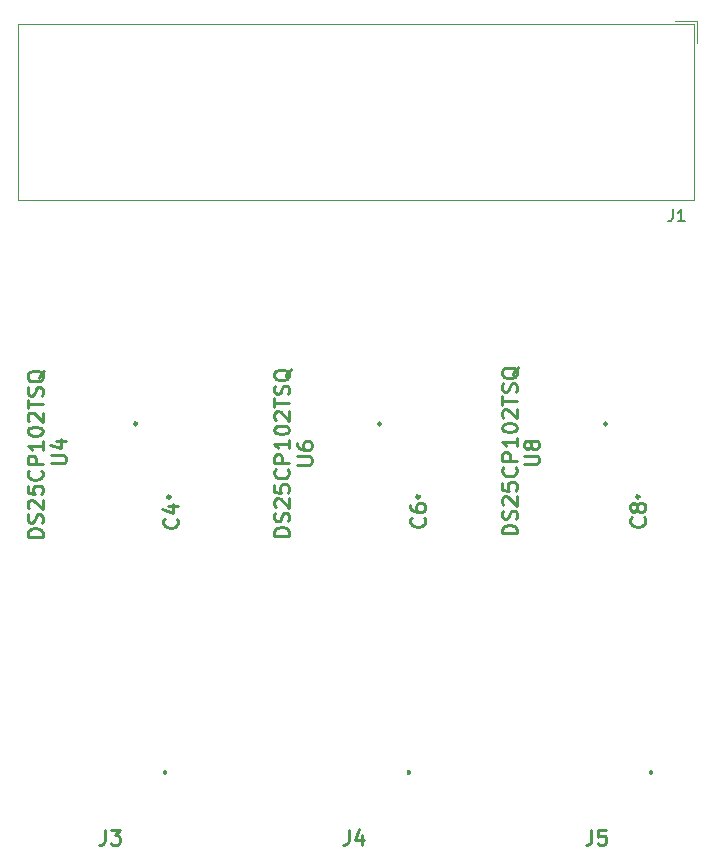
<source format=gbr>
G04 #@! TF.GenerationSoftware,KiCad,Pcbnew,(6.0.4-0)*
G04 #@! TF.CreationDate,2022-07-08T14:42:32+02:00*
G04 #@! TF.ProjectId,adapter_hybrid_assistor_hpc_3HDMI,61646170-7465-4725-9f68-79627269645f,rev?*
G04 #@! TF.SameCoordinates,Original*
G04 #@! TF.FileFunction,Legend,Top*
G04 #@! TF.FilePolarity,Positive*
%FSLAX46Y46*%
G04 Gerber Fmt 4.6, Leading zero omitted, Abs format (unit mm)*
G04 Created by KiCad (PCBNEW (6.0.4-0)) date 2022-07-08 14:42:32*
%MOMM*%
%LPD*%
G01*
G04 APERTURE LIST*
%ADD10C,0.254000*%
%ADD11C,0.150000*%
%ADD12C,0.330000*%
%ADD13C,0.120000*%
%ADD14C,0.300000*%
%ADD15C,0.250000*%
G04 APERTURE END LIST*
D10*
X119343571Y-142861666D02*
X119404047Y-142922142D01*
X119464523Y-143103571D01*
X119464523Y-143224523D01*
X119404047Y-143405952D01*
X119283095Y-143526904D01*
X119162142Y-143587380D01*
X118920238Y-143647857D01*
X118738809Y-143647857D01*
X118496904Y-143587380D01*
X118375952Y-143526904D01*
X118255000Y-143405952D01*
X118194523Y-143224523D01*
X118194523Y-143103571D01*
X118255000Y-142922142D01*
X118315476Y-142861666D01*
X118617857Y-141773095D02*
X119464523Y-141773095D01*
X118134047Y-142075476D02*
X119041190Y-142377857D01*
X119041190Y-141591666D01*
X158893571Y-142751666D02*
X158954047Y-142812142D01*
X159014523Y-142993571D01*
X159014523Y-143114523D01*
X158954047Y-143295952D01*
X158833095Y-143416904D01*
X158712142Y-143477380D01*
X158470238Y-143537857D01*
X158288809Y-143537857D01*
X158046904Y-143477380D01*
X157925952Y-143416904D01*
X157805000Y-143295952D01*
X157744523Y-143114523D01*
X157744523Y-142993571D01*
X157805000Y-142812142D01*
X157865476Y-142751666D01*
X158288809Y-142025952D02*
X158228333Y-142146904D01*
X158167857Y-142207380D01*
X158046904Y-142267857D01*
X157986428Y-142267857D01*
X157865476Y-142207380D01*
X157805000Y-142146904D01*
X157744523Y-142025952D01*
X157744523Y-141784047D01*
X157805000Y-141663095D01*
X157865476Y-141602619D01*
X157986428Y-141542142D01*
X158046904Y-141542142D01*
X158167857Y-141602619D01*
X158228333Y-141663095D01*
X158288809Y-141784047D01*
X158288809Y-142025952D01*
X158349285Y-142146904D01*
X158409761Y-142207380D01*
X158530714Y-142267857D01*
X158772619Y-142267857D01*
X158893571Y-142207380D01*
X158954047Y-142146904D01*
X159014523Y-142025952D01*
X159014523Y-141784047D01*
X158954047Y-141663095D01*
X158893571Y-141602619D01*
X158772619Y-141542142D01*
X158530714Y-141542142D01*
X158409761Y-141602619D01*
X158349285Y-141663095D01*
X158288809Y-141784047D01*
D11*
X161356666Y-116672380D02*
X161356666Y-117386666D01*
X161309047Y-117529523D01*
X161213809Y-117624761D01*
X161070952Y-117672380D01*
X160975714Y-117672380D01*
X162356666Y-117672380D02*
X161785238Y-117672380D01*
X162070952Y-117672380D02*
X162070952Y-116672380D01*
X161975714Y-116815238D01*
X161880476Y-116910476D01*
X161785238Y-116958095D01*
D10*
X113266666Y-169204523D02*
X113266666Y-170111666D01*
X113206190Y-170293095D01*
X113085238Y-170414047D01*
X112903809Y-170474523D01*
X112782857Y-170474523D01*
X113750476Y-169204523D02*
X114536666Y-169204523D01*
X114113333Y-169688333D01*
X114294761Y-169688333D01*
X114415714Y-169748809D01*
X114476190Y-169809285D01*
X114536666Y-169930238D01*
X114536666Y-170232619D01*
X114476190Y-170353571D01*
X114415714Y-170414047D01*
X114294761Y-170474523D01*
X113931904Y-170474523D01*
X113810952Y-170414047D01*
X113750476Y-170353571D01*
X108714523Y-138197619D02*
X109742619Y-138197619D01*
X109863571Y-138137142D01*
X109924047Y-138076666D01*
X109984523Y-137955714D01*
X109984523Y-137713809D01*
X109924047Y-137592857D01*
X109863571Y-137532380D01*
X109742619Y-137471904D01*
X108714523Y-137471904D01*
X109137857Y-136322857D02*
X109984523Y-136322857D01*
X108654047Y-136625238D02*
X109561190Y-136927619D01*
X109561190Y-136141428D01*
X107994523Y-144425000D02*
X106724523Y-144425000D01*
X106724523Y-144122619D01*
X106785000Y-143941190D01*
X106905952Y-143820238D01*
X107026904Y-143759761D01*
X107268809Y-143699285D01*
X107450238Y-143699285D01*
X107692142Y-143759761D01*
X107813095Y-143820238D01*
X107934047Y-143941190D01*
X107994523Y-144122619D01*
X107994523Y-144425000D01*
X107934047Y-143215476D02*
X107994523Y-143034047D01*
X107994523Y-142731666D01*
X107934047Y-142610714D01*
X107873571Y-142550238D01*
X107752619Y-142489761D01*
X107631666Y-142489761D01*
X107510714Y-142550238D01*
X107450238Y-142610714D01*
X107389761Y-142731666D01*
X107329285Y-142973571D01*
X107268809Y-143094523D01*
X107208333Y-143155000D01*
X107087380Y-143215476D01*
X106966428Y-143215476D01*
X106845476Y-143155000D01*
X106785000Y-143094523D01*
X106724523Y-142973571D01*
X106724523Y-142671190D01*
X106785000Y-142489761D01*
X106845476Y-142005952D02*
X106785000Y-141945476D01*
X106724523Y-141824523D01*
X106724523Y-141522142D01*
X106785000Y-141401190D01*
X106845476Y-141340714D01*
X106966428Y-141280238D01*
X107087380Y-141280238D01*
X107268809Y-141340714D01*
X107994523Y-142066428D01*
X107994523Y-141280238D01*
X106724523Y-140131190D02*
X106724523Y-140735952D01*
X107329285Y-140796428D01*
X107268809Y-140735952D01*
X107208333Y-140615000D01*
X107208333Y-140312619D01*
X107268809Y-140191666D01*
X107329285Y-140131190D01*
X107450238Y-140070714D01*
X107752619Y-140070714D01*
X107873571Y-140131190D01*
X107934047Y-140191666D01*
X107994523Y-140312619D01*
X107994523Y-140615000D01*
X107934047Y-140735952D01*
X107873571Y-140796428D01*
X107873571Y-138800714D02*
X107934047Y-138861190D01*
X107994523Y-139042619D01*
X107994523Y-139163571D01*
X107934047Y-139345000D01*
X107813095Y-139465952D01*
X107692142Y-139526428D01*
X107450238Y-139586904D01*
X107268809Y-139586904D01*
X107026904Y-139526428D01*
X106905952Y-139465952D01*
X106785000Y-139345000D01*
X106724523Y-139163571D01*
X106724523Y-139042619D01*
X106785000Y-138861190D01*
X106845476Y-138800714D01*
X107994523Y-138256428D02*
X106724523Y-138256428D01*
X106724523Y-137772619D01*
X106785000Y-137651666D01*
X106845476Y-137591190D01*
X106966428Y-137530714D01*
X107147857Y-137530714D01*
X107268809Y-137591190D01*
X107329285Y-137651666D01*
X107389761Y-137772619D01*
X107389761Y-138256428D01*
X107994523Y-136321190D02*
X107994523Y-137046904D01*
X107994523Y-136684047D02*
X106724523Y-136684047D01*
X106905952Y-136805000D01*
X107026904Y-136925952D01*
X107087380Y-137046904D01*
X106724523Y-135535000D02*
X106724523Y-135414047D01*
X106785000Y-135293095D01*
X106845476Y-135232619D01*
X106966428Y-135172142D01*
X107208333Y-135111666D01*
X107510714Y-135111666D01*
X107752619Y-135172142D01*
X107873571Y-135232619D01*
X107934047Y-135293095D01*
X107994523Y-135414047D01*
X107994523Y-135535000D01*
X107934047Y-135655952D01*
X107873571Y-135716428D01*
X107752619Y-135776904D01*
X107510714Y-135837380D01*
X107208333Y-135837380D01*
X106966428Y-135776904D01*
X106845476Y-135716428D01*
X106785000Y-135655952D01*
X106724523Y-135535000D01*
X106845476Y-134627857D02*
X106785000Y-134567380D01*
X106724523Y-134446428D01*
X106724523Y-134144047D01*
X106785000Y-134023095D01*
X106845476Y-133962619D01*
X106966428Y-133902142D01*
X107087380Y-133902142D01*
X107268809Y-133962619D01*
X107994523Y-134688333D01*
X107994523Y-133902142D01*
X106724523Y-133539285D02*
X106724523Y-132813571D01*
X107994523Y-133176428D02*
X106724523Y-133176428D01*
X107934047Y-132450714D02*
X107994523Y-132269285D01*
X107994523Y-131966904D01*
X107934047Y-131845952D01*
X107873571Y-131785476D01*
X107752619Y-131725000D01*
X107631666Y-131725000D01*
X107510714Y-131785476D01*
X107450238Y-131845952D01*
X107389761Y-131966904D01*
X107329285Y-132208809D01*
X107268809Y-132329761D01*
X107208333Y-132390238D01*
X107087380Y-132450714D01*
X106966428Y-132450714D01*
X106845476Y-132390238D01*
X106785000Y-132329761D01*
X106724523Y-132208809D01*
X106724523Y-131906428D01*
X106785000Y-131725000D01*
X108115476Y-130334047D02*
X108055000Y-130455000D01*
X107934047Y-130575952D01*
X107752619Y-130757380D01*
X107692142Y-130878333D01*
X107692142Y-130999285D01*
X107994523Y-130938809D02*
X107934047Y-131059761D01*
X107813095Y-131180714D01*
X107571190Y-131241190D01*
X107147857Y-131241190D01*
X106905952Y-131180714D01*
X106785000Y-131059761D01*
X106724523Y-130938809D01*
X106724523Y-130696904D01*
X106785000Y-130575952D01*
X106905952Y-130455000D01*
X107147857Y-130394523D01*
X107571190Y-130394523D01*
X107813095Y-130455000D01*
X107934047Y-130575952D01*
X107994523Y-130696904D01*
X107994523Y-130938809D01*
X148754523Y-138247619D02*
X149782619Y-138247619D01*
X149903571Y-138187142D01*
X149964047Y-138126666D01*
X150024523Y-138005714D01*
X150024523Y-137763809D01*
X149964047Y-137642857D01*
X149903571Y-137582380D01*
X149782619Y-137521904D01*
X148754523Y-137521904D01*
X149298809Y-136735714D02*
X149238333Y-136856666D01*
X149177857Y-136917142D01*
X149056904Y-136977619D01*
X148996428Y-136977619D01*
X148875476Y-136917142D01*
X148815000Y-136856666D01*
X148754523Y-136735714D01*
X148754523Y-136493809D01*
X148815000Y-136372857D01*
X148875476Y-136312380D01*
X148996428Y-136251904D01*
X149056904Y-136251904D01*
X149177857Y-136312380D01*
X149238333Y-136372857D01*
X149298809Y-136493809D01*
X149298809Y-136735714D01*
X149359285Y-136856666D01*
X149419761Y-136917142D01*
X149540714Y-136977619D01*
X149782619Y-136977619D01*
X149903571Y-136917142D01*
X149964047Y-136856666D01*
X150024523Y-136735714D01*
X150024523Y-136493809D01*
X149964047Y-136372857D01*
X149903571Y-136312380D01*
X149782619Y-136251904D01*
X149540714Y-136251904D01*
X149419761Y-136312380D01*
X149359285Y-136372857D01*
X149298809Y-136493809D01*
X148154523Y-144115000D02*
X146884523Y-144115000D01*
X146884523Y-143812619D01*
X146945000Y-143631190D01*
X147065952Y-143510238D01*
X147186904Y-143449761D01*
X147428809Y-143389285D01*
X147610238Y-143389285D01*
X147852142Y-143449761D01*
X147973095Y-143510238D01*
X148094047Y-143631190D01*
X148154523Y-143812619D01*
X148154523Y-144115000D01*
X148094047Y-142905476D02*
X148154523Y-142724047D01*
X148154523Y-142421666D01*
X148094047Y-142300714D01*
X148033571Y-142240238D01*
X147912619Y-142179761D01*
X147791666Y-142179761D01*
X147670714Y-142240238D01*
X147610238Y-142300714D01*
X147549761Y-142421666D01*
X147489285Y-142663571D01*
X147428809Y-142784523D01*
X147368333Y-142845000D01*
X147247380Y-142905476D01*
X147126428Y-142905476D01*
X147005476Y-142845000D01*
X146945000Y-142784523D01*
X146884523Y-142663571D01*
X146884523Y-142361190D01*
X146945000Y-142179761D01*
X147005476Y-141695952D02*
X146945000Y-141635476D01*
X146884523Y-141514523D01*
X146884523Y-141212142D01*
X146945000Y-141091190D01*
X147005476Y-141030714D01*
X147126428Y-140970238D01*
X147247380Y-140970238D01*
X147428809Y-141030714D01*
X148154523Y-141756428D01*
X148154523Y-140970238D01*
X146884523Y-139821190D02*
X146884523Y-140425952D01*
X147489285Y-140486428D01*
X147428809Y-140425952D01*
X147368333Y-140305000D01*
X147368333Y-140002619D01*
X147428809Y-139881666D01*
X147489285Y-139821190D01*
X147610238Y-139760714D01*
X147912619Y-139760714D01*
X148033571Y-139821190D01*
X148094047Y-139881666D01*
X148154523Y-140002619D01*
X148154523Y-140305000D01*
X148094047Y-140425952D01*
X148033571Y-140486428D01*
X148033571Y-138490714D02*
X148094047Y-138551190D01*
X148154523Y-138732619D01*
X148154523Y-138853571D01*
X148094047Y-139035000D01*
X147973095Y-139155952D01*
X147852142Y-139216428D01*
X147610238Y-139276904D01*
X147428809Y-139276904D01*
X147186904Y-139216428D01*
X147065952Y-139155952D01*
X146945000Y-139035000D01*
X146884523Y-138853571D01*
X146884523Y-138732619D01*
X146945000Y-138551190D01*
X147005476Y-138490714D01*
X148154523Y-137946428D02*
X146884523Y-137946428D01*
X146884523Y-137462619D01*
X146945000Y-137341666D01*
X147005476Y-137281190D01*
X147126428Y-137220714D01*
X147307857Y-137220714D01*
X147428809Y-137281190D01*
X147489285Y-137341666D01*
X147549761Y-137462619D01*
X147549761Y-137946428D01*
X148154523Y-136011190D02*
X148154523Y-136736904D01*
X148154523Y-136374047D02*
X146884523Y-136374047D01*
X147065952Y-136495000D01*
X147186904Y-136615952D01*
X147247380Y-136736904D01*
X146884523Y-135225000D02*
X146884523Y-135104047D01*
X146945000Y-134983095D01*
X147005476Y-134922619D01*
X147126428Y-134862142D01*
X147368333Y-134801666D01*
X147670714Y-134801666D01*
X147912619Y-134862142D01*
X148033571Y-134922619D01*
X148094047Y-134983095D01*
X148154523Y-135104047D01*
X148154523Y-135225000D01*
X148094047Y-135345952D01*
X148033571Y-135406428D01*
X147912619Y-135466904D01*
X147670714Y-135527380D01*
X147368333Y-135527380D01*
X147126428Y-135466904D01*
X147005476Y-135406428D01*
X146945000Y-135345952D01*
X146884523Y-135225000D01*
X147005476Y-134317857D02*
X146945000Y-134257380D01*
X146884523Y-134136428D01*
X146884523Y-133834047D01*
X146945000Y-133713095D01*
X147005476Y-133652619D01*
X147126428Y-133592142D01*
X147247380Y-133592142D01*
X147428809Y-133652619D01*
X148154523Y-134378333D01*
X148154523Y-133592142D01*
X146884523Y-133229285D02*
X146884523Y-132503571D01*
X148154523Y-132866428D02*
X146884523Y-132866428D01*
X148094047Y-132140714D02*
X148154523Y-131959285D01*
X148154523Y-131656904D01*
X148094047Y-131535952D01*
X148033571Y-131475476D01*
X147912619Y-131415000D01*
X147791666Y-131415000D01*
X147670714Y-131475476D01*
X147610238Y-131535952D01*
X147549761Y-131656904D01*
X147489285Y-131898809D01*
X147428809Y-132019761D01*
X147368333Y-132080238D01*
X147247380Y-132140714D01*
X147126428Y-132140714D01*
X147005476Y-132080238D01*
X146945000Y-132019761D01*
X146884523Y-131898809D01*
X146884523Y-131596428D01*
X146945000Y-131415000D01*
X148275476Y-130024047D02*
X148215000Y-130145000D01*
X148094047Y-130265952D01*
X147912619Y-130447380D01*
X147852142Y-130568333D01*
X147852142Y-130689285D01*
X148154523Y-130628809D02*
X148094047Y-130749761D01*
X147973095Y-130870714D01*
X147731190Y-130931190D01*
X147307857Y-130931190D01*
X147065952Y-130870714D01*
X146945000Y-130749761D01*
X146884523Y-130628809D01*
X146884523Y-130386904D01*
X146945000Y-130265952D01*
X147065952Y-130145000D01*
X147307857Y-130084523D01*
X147731190Y-130084523D01*
X147973095Y-130145000D01*
X148094047Y-130265952D01*
X148154523Y-130386904D01*
X148154523Y-130628809D01*
X129544523Y-138297619D02*
X130572619Y-138297619D01*
X130693571Y-138237142D01*
X130754047Y-138176666D01*
X130814523Y-138055714D01*
X130814523Y-137813809D01*
X130754047Y-137692857D01*
X130693571Y-137632380D01*
X130572619Y-137571904D01*
X129544523Y-137571904D01*
X129544523Y-136422857D02*
X129544523Y-136664761D01*
X129605000Y-136785714D01*
X129665476Y-136846190D01*
X129846904Y-136967142D01*
X130088809Y-137027619D01*
X130572619Y-137027619D01*
X130693571Y-136967142D01*
X130754047Y-136906666D01*
X130814523Y-136785714D01*
X130814523Y-136543809D01*
X130754047Y-136422857D01*
X130693571Y-136362380D01*
X130572619Y-136301904D01*
X130270238Y-136301904D01*
X130149285Y-136362380D01*
X130088809Y-136422857D01*
X130028333Y-136543809D01*
X130028333Y-136785714D01*
X130088809Y-136906666D01*
X130149285Y-136967142D01*
X130270238Y-137027619D01*
X128864523Y-144295000D02*
X127594523Y-144295000D01*
X127594523Y-143992619D01*
X127655000Y-143811190D01*
X127775952Y-143690238D01*
X127896904Y-143629761D01*
X128138809Y-143569285D01*
X128320238Y-143569285D01*
X128562142Y-143629761D01*
X128683095Y-143690238D01*
X128804047Y-143811190D01*
X128864523Y-143992619D01*
X128864523Y-144295000D01*
X128804047Y-143085476D02*
X128864523Y-142904047D01*
X128864523Y-142601666D01*
X128804047Y-142480714D01*
X128743571Y-142420238D01*
X128622619Y-142359761D01*
X128501666Y-142359761D01*
X128380714Y-142420238D01*
X128320238Y-142480714D01*
X128259761Y-142601666D01*
X128199285Y-142843571D01*
X128138809Y-142964523D01*
X128078333Y-143025000D01*
X127957380Y-143085476D01*
X127836428Y-143085476D01*
X127715476Y-143025000D01*
X127655000Y-142964523D01*
X127594523Y-142843571D01*
X127594523Y-142541190D01*
X127655000Y-142359761D01*
X127715476Y-141875952D02*
X127655000Y-141815476D01*
X127594523Y-141694523D01*
X127594523Y-141392142D01*
X127655000Y-141271190D01*
X127715476Y-141210714D01*
X127836428Y-141150238D01*
X127957380Y-141150238D01*
X128138809Y-141210714D01*
X128864523Y-141936428D01*
X128864523Y-141150238D01*
X127594523Y-140001190D02*
X127594523Y-140605952D01*
X128199285Y-140666428D01*
X128138809Y-140605952D01*
X128078333Y-140485000D01*
X128078333Y-140182619D01*
X128138809Y-140061666D01*
X128199285Y-140001190D01*
X128320238Y-139940714D01*
X128622619Y-139940714D01*
X128743571Y-140001190D01*
X128804047Y-140061666D01*
X128864523Y-140182619D01*
X128864523Y-140485000D01*
X128804047Y-140605952D01*
X128743571Y-140666428D01*
X128743571Y-138670714D02*
X128804047Y-138731190D01*
X128864523Y-138912619D01*
X128864523Y-139033571D01*
X128804047Y-139215000D01*
X128683095Y-139335952D01*
X128562142Y-139396428D01*
X128320238Y-139456904D01*
X128138809Y-139456904D01*
X127896904Y-139396428D01*
X127775952Y-139335952D01*
X127655000Y-139215000D01*
X127594523Y-139033571D01*
X127594523Y-138912619D01*
X127655000Y-138731190D01*
X127715476Y-138670714D01*
X128864523Y-138126428D02*
X127594523Y-138126428D01*
X127594523Y-137642619D01*
X127655000Y-137521666D01*
X127715476Y-137461190D01*
X127836428Y-137400714D01*
X128017857Y-137400714D01*
X128138809Y-137461190D01*
X128199285Y-137521666D01*
X128259761Y-137642619D01*
X128259761Y-138126428D01*
X128864523Y-136191190D02*
X128864523Y-136916904D01*
X128864523Y-136554047D02*
X127594523Y-136554047D01*
X127775952Y-136675000D01*
X127896904Y-136795952D01*
X127957380Y-136916904D01*
X127594523Y-135405000D02*
X127594523Y-135284047D01*
X127655000Y-135163095D01*
X127715476Y-135102619D01*
X127836428Y-135042142D01*
X128078333Y-134981666D01*
X128380714Y-134981666D01*
X128622619Y-135042142D01*
X128743571Y-135102619D01*
X128804047Y-135163095D01*
X128864523Y-135284047D01*
X128864523Y-135405000D01*
X128804047Y-135525952D01*
X128743571Y-135586428D01*
X128622619Y-135646904D01*
X128380714Y-135707380D01*
X128078333Y-135707380D01*
X127836428Y-135646904D01*
X127715476Y-135586428D01*
X127655000Y-135525952D01*
X127594523Y-135405000D01*
X127715476Y-134497857D02*
X127655000Y-134437380D01*
X127594523Y-134316428D01*
X127594523Y-134014047D01*
X127655000Y-133893095D01*
X127715476Y-133832619D01*
X127836428Y-133772142D01*
X127957380Y-133772142D01*
X128138809Y-133832619D01*
X128864523Y-134558333D01*
X128864523Y-133772142D01*
X127594523Y-133409285D02*
X127594523Y-132683571D01*
X128864523Y-133046428D02*
X127594523Y-133046428D01*
X128804047Y-132320714D02*
X128864523Y-132139285D01*
X128864523Y-131836904D01*
X128804047Y-131715952D01*
X128743571Y-131655476D01*
X128622619Y-131595000D01*
X128501666Y-131595000D01*
X128380714Y-131655476D01*
X128320238Y-131715952D01*
X128259761Y-131836904D01*
X128199285Y-132078809D01*
X128138809Y-132199761D01*
X128078333Y-132260238D01*
X127957380Y-132320714D01*
X127836428Y-132320714D01*
X127715476Y-132260238D01*
X127655000Y-132199761D01*
X127594523Y-132078809D01*
X127594523Y-131776428D01*
X127655000Y-131595000D01*
X128985476Y-130204047D02*
X128925000Y-130325000D01*
X128804047Y-130445952D01*
X128622619Y-130627380D01*
X128562142Y-130748333D01*
X128562142Y-130869285D01*
X128864523Y-130808809D02*
X128804047Y-130929761D01*
X128683095Y-131050714D01*
X128441190Y-131111190D01*
X128017857Y-131111190D01*
X127775952Y-131050714D01*
X127655000Y-130929761D01*
X127594523Y-130808809D01*
X127594523Y-130566904D01*
X127655000Y-130445952D01*
X127775952Y-130325000D01*
X128017857Y-130264523D01*
X128441190Y-130264523D01*
X128683095Y-130325000D01*
X128804047Y-130445952D01*
X128864523Y-130566904D01*
X128864523Y-130808809D01*
X140263571Y-142781666D02*
X140324047Y-142842142D01*
X140384523Y-143023571D01*
X140384523Y-143144523D01*
X140324047Y-143325952D01*
X140203095Y-143446904D01*
X140082142Y-143507380D01*
X139840238Y-143567857D01*
X139658809Y-143567857D01*
X139416904Y-143507380D01*
X139295952Y-143446904D01*
X139175000Y-143325952D01*
X139114523Y-143144523D01*
X139114523Y-143023571D01*
X139175000Y-142842142D01*
X139235476Y-142781666D01*
X139114523Y-141693095D02*
X139114523Y-141935000D01*
X139175000Y-142055952D01*
X139235476Y-142116428D01*
X139416904Y-142237380D01*
X139658809Y-142297857D01*
X140142619Y-142297857D01*
X140263571Y-142237380D01*
X140324047Y-142176904D01*
X140384523Y-142055952D01*
X140384523Y-141814047D01*
X140324047Y-141693095D01*
X140263571Y-141632619D01*
X140142619Y-141572142D01*
X139840238Y-141572142D01*
X139719285Y-141632619D01*
X139658809Y-141693095D01*
X139598333Y-141814047D01*
X139598333Y-142055952D01*
X139658809Y-142176904D01*
X139719285Y-142237380D01*
X139840238Y-142297857D01*
X154446666Y-169214523D02*
X154446666Y-170121666D01*
X154386190Y-170303095D01*
X154265238Y-170424047D01*
X154083809Y-170484523D01*
X153962857Y-170484523D01*
X155656190Y-169214523D02*
X155051428Y-169214523D01*
X154990952Y-169819285D01*
X155051428Y-169758809D01*
X155172380Y-169698333D01*
X155474761Y-169698333D01*
X155595714Y-169758809D01*
X155656190Y-169819285D01*
X155716666Y-169940238D01*
X155716666Y-170242619D01*
X155656190Y-170363571D01*
X155595714Y-170424047D01*
X155474761Y-170484523D01*
X155172380Y-170484523D01*
X155051428Y-170424047D01*
X154990952Y-170363571D01*
X133896666Y-169204523D02*
X133896666Y-170111666D01*
X133836190Y-170293095D01*
X133715238Y-170414047D01*
X133533809Y-170474523D01*
X133412857Y-170474523D01*
X135045714Y-169627857D02*
X135045714Y-170474523D01*
X134743333Y-169144047D02*
X134440952Y-170051190D01*
X135227142Y-170051190D01*
D12*
X118780000Y-141050000D02*
G75*
G03*
X118780000Y-141050000I-100000J0D01*
G01*
X158490000Y-141000000D02*
G75*
G03*
X158490000Y-141000000I-100000J0D01*
G01*
D13*
X163103000Y-115908000D02*
X105883000Y-115908000D01*
X163393000Y-100718000D02*
X161493000Y-100718000D01*
X163393000Y-102618000D02*
X163393000Y-100718000D01*
X105883000Y-115908000D02*
X105883000Y-101008000D01*
X163103000Y-101008000D02*
X163103000Y-115908000D01*
X105883000Y-101008000D02*
X163103000Y-101008000D01*
D14*
X118339000Y-164400000D02*
X118339000Y-164400000D01*
X118339000Y-164300000D02*
X118339000Y-164300000D01*
X118339000Y-164400000D02*
G75*
G03*
X118339000Y-164300000I0J50000D01*
G01*
X118339000Y-164300000D02*
G75*
G03*
X118339000Y-164400000I0J-50000D01*
G01*
D15*
X115965000Y-134835000D02*
G75*
G03*
X115965000Y-134835000I-125000J0D01*
G01*
X155775000Y-134845000D02*
G75*
G03*
X155775000Y-134845000I-125000J0D01*
G01*
X136645000Y-134845000D02*
G75*
G03*
X136645000Y-134845000I-125000J0D01*
G01*
D12*
X139870000Y-141000000D02*
G75*
G03*
X139870000Y-141000000I-100000J0D01*
G01*
D14*
X159519000Y-164410000D02*
X159519000Y-164410000D01*
X159519000Y-164310000D02*
X159519000Y-164310000D01*
X159519000Y-164310000D02*
G75*
G03*
X159519000Y-164410000I0J-50000D01*
G01*
X159519000Y-164410000D02*
G75*
G03*
X159519000Y-164310000I0J50000D01*
G01*
X138969000Y-164400000D02*
X138969000Y-164400000D01*
X138969000Y-164300000D02*
X138969000Y-164300000D01*
X138969000Y-164400000D02*
G75*
G03*
X138969000Y-164300000I0J50000D01*
G01*
X138969000Y-164300000D02*
G75*
G03*
X138969000Y-164400000I0J-50000D01*
G01*
M02*

</source>
